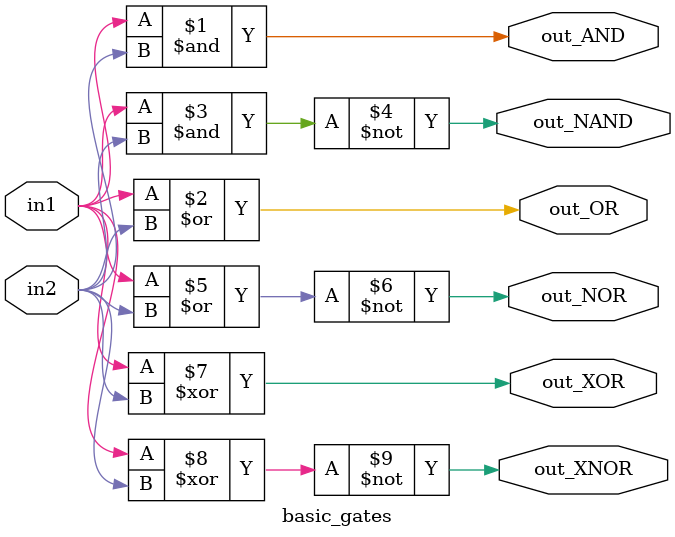
<source format=v>
module basic_gates(in1,in2,out_AND,out_OR,out_NOR,out_NAND,out_XOR,out_XNOR);
input in1, in2;
output out_AND,out_OR,out_NOR,out_NAND,out_XOR,out_XNOR;
        assign out_AND = in1 & in2;
        assign out_OR = in1| in2;
        assign out_NAND = ~( in1 & in2);
        assign out_NOR = ~( in1 | in2);
        assign out_XOR = in1 ^ in2;
        assign out_XNOR = ~(in1 ^ in2);
endmodule

</source>
